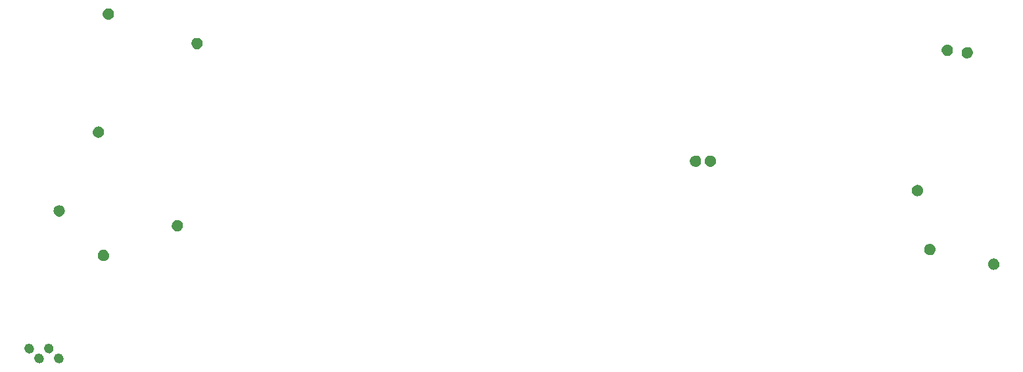
<source format=gbr>
%TF.GenerationSoftware,KiCad,Pcbnew,(5.1.6)-1*%
%TF.CreationDate,2020-07-08T21:32:23-04:00*%
%TF.ProjectId,v1.2,76312e32-2e6b-4696-9361-645f70636258,rev?*%
%TF.SameCoordinates,Original*%
%TF.FileFunction,Soldermask,Bot*%
%TF.FilePolarity,Negative*%
%FSLAX46Y46*%
G04 Gerber Fmt 4.6, Leading zero omitted, Abs format (unit mm)*
G04 Created by KiCad (PCBNEW (5.1.6)-1) date 2020-07-08 21:32:23*
%MOMM*%
%LPD*%
G01*
G04 APERTURE LIST*
%ADD10C,0.010000*%
%ADD11C,1.238240*%
G04 APERTURE END LIST*
D10*
%TO.C,G\u002A\u002A\u002A*%
G36*
X1288447Y30877843D02*
G01*
X1345718Y30865418D01*
X1407396Y30841660D01*
X1431990Y30830635D01*
X1582931Y30739695D01*
X1704703Y30618828D01*
X1774435Y30511750D01*
X1801712Y30455362D01*
X1818527Y30402663D01*
X1827321Y30340358D01*
X1830536Y30255153D01*
X1830815Y30204833D01*
X1829036Y30100666D01*
X1822142Y30025513D01*
X1807985Y29966160D01*
X1784419Y29909394D01*
X1781989Y29904419D01*
X1691608Y29765900D01*
X1573802Y29654697D01*
X1435185Y29573809D01*
X1282373Y29526234D01*
X1121977Y29514972D01*
X975389Y29538700D01*
X844263Y29586619D01*
X737075Y29654217D01*
X645244Y29742330D01*
X559841Y29854555D01*
X506756Y29971379D01*
X481271Y30105498D01*
X477288Y30194250D01*
X479571Y30293590D01*
X490109Y30368796D01*
X512278Y30437783D01*
X531307Y30480966D01*
X612595Y30621142D01*
X712324Y30728957D01*
X829334Y30808193D01*
X896879Y30840943D01*
X962406Y30861236D01*
X1041777Y30872834D01*
X1125073Y30878341D01*
X1220070Y30881347D01*
X1288447Y30877843D01*
G37*
X1288447Y30877843D02*
X1345718Y30865418D01*
X1407396Y30841660D01*
X1431990Y30830635D01*
X1582931Y30739695D01*
X1704703Y30618828D01*
X1774435Y30511750D01*
X1801712Y30455362D01*
X1818527Y30402663D01*
X1827321Y30340358D01*
X1830536Y30255153D01*
X1830815Y30204833D01*
X1829036Y30100666D01*
X1822142Y30025513D01*
X1807985Y29966160D01*
X1784419Y29909394D01*
X1781989Y29904419D01*
X1691608Y29765900D01*
X1573802Y29654697D01*
X1435185Y29573809D01*
X1282373Y29526234D01*
X1121977Y29514972D01*
X975389Y29538700D01*
X844263Y29586619D01*
X737075Y29654217D01*
X645244Y29742330D01*
X559841Y29854555D01*
X506756Y29971379D01*
X481271Y30105498D01*
X477288Y30194250D01*
X479571Y30293590D01*
X490109Y30368796D01*
X512278Y30437783D01*
X531307Y30480966D01*
X612595Y30621142D01*
X712324Y30728957D01*
X829334Y30808193D01*
X896879Y30840943D01*
X962406Y30861236D01*
X1041777Y30872834D01*
X1125073Y30878341D01*
X1220070Y30881347D01*
X1288447Y30877843D01*
G36*
X12694431Y27081109D02*
G01*
X12765767Y27075169D01*
X12821530Y27062288D01*
X12875073Y27040026D01*
X12901933Y27026334D01*
X12996352Y26963807D01*
X13088783Y26880779D01*
X13167191Y26789601D01*
X13219542Y26702626D01*
X13221261Y26698607D01*
X13268857Y26535377D01*
X13278484Y26371933D01*
X13252372Y26214253D01*
X13192751Y26068314D01*
X13101852Y25940091D01*
X12981904Y25835563D01*
X12877671Y25777826D01*
X12772293Y25745661D01*
X12645989Y25728365D01*
X12517942Y25727264D01*
X12407334Y25743684D01*
X12402620Y25744984D01*
X12249196Y25809604D01*
X12119027Y25909194D01*
X12013694Y26042358D01*
X11967172Y26128866D01*
X11932693Y26239025D01*
X11916957Y26370931D01*
X11920483Y26508117D01*
X11943793Y26634119D01*
X11950531Y26655524D01*
X12000377Y26754793D01*
X12078636Y26856946D01*
X12174202Y26949692D01*
X12275967Y27020742D01*
X12284972Y27025611D01*
X12342351Y27053189D01*
X12395464Y27070181D01*
X12457722Y27079054D01*
X12542535Y27082280D01*
X12594167Y27082547D01*
X12694431Y27081109D01*
G37*
X12694431Y27081109D02*
X12765767Y27075169D01*
X12821530Y27062288D01*
X12875073Y27040026D01*
X12901933Y27026334D01*
X12996352Y26963807D01*
X13088783Y26880779D01*
X13167191Y26789601D01*
X13219542Y26702626D01*
X13221261Y26698607D01*
X13268857Y26535377D01*
X13278484Y26371933D01*
X13252372Y26214253D01*
X13192751Y26068314D01*
X13101852Y25940091D01*
X12981904Y25835563D01*
X12877671Y25777826D01*
X12772293Y25745661D01*
X12645989Y25728365D01*
X12517942Y25727264D01*
X12407334Y25743684D01*
X12402620Y25744984D01*
X12249196Y25809604D01*
X12119027Y25909194D01*
X12013694Y26042358D01*
X11967172Y26128866D01*
X11932693Y26239025D01*
X11916957Y26370931D01*
X11920483Y26508117D01*
X11943793Y26634119D01*
X11950531Y26655524D01*
X12000377Y26754793D01*
X12078636Y26856946D01*
X12174202Y26949692D01*
X12275967Y27020742D01*
X12284972Y27025611D01*
X12342351Y27053189D01*
X12395464Y27070181D01*
X12457722Y27079054D01*
X12542535Y27082280D01*
X12594167Y27082547D01*
X12694431Y27081109D01*
G36*
X109342270Y26205436D02*
G01*
X109477536Y26165757D01*
X109498565Y26156078D01*
X109637038Y26065002D01*
X109753587Y25940403D01*
X109817041Y25840162D01*
X109840332Y25790216D01*
X109854877Y25738420D01*
X109862594Y25672813D01*
X109865403Y25581429D01*
X109865583Y25537583D01*
X109864133Y25433306D01*
X109858501Y25359338D01*
X109846770Y25303716D01*
X109827019Y25254476D01*
X109817041Y25235005D01*
X109717576Y25087453D01*
X109596136Y24976059D01*
X109452908Y24900942D01*
X109288078Y24862219D01*
X109222935Y24857190D01*
X109136901Y24856314D01*
X109061270Y24859958D01*
X109011229Y24867342D01*
X109008333Y24868217D01*
X108860568Y24936578D01*
X108728136Y25035970D01*
X108620512Y25158057D01*
X108560447Y25262417D01*
X108525040Y25379055D01*
X108510624Y25514432D01*
X108517277Y25651816D01*
X108545075Y25774478D01*
X108557937Y25806765D01*
X108624634Y25918453D01*
X108716759Y26025147D01*
X108821750Y26114026D01*
X108908558Y26164588D01*
X109042272Y26205075D01*
X109192012Y26218616D01*
X109342270Y26205436D01*
G37*
X109342270Y26205436D02*
X109477536Y26165757D01*
X109498565Y26156078D01*
X109637038Y26065002D01*
X109753587Y25940403D01*
X109817041Y25840162D01*
X109840332Y25790216D01*
X109854877Y25738420D01*
X109862594Y25672813D01*
X109865403Y25581429D01*
X109865583Y25537583D01*
X109864133Y25433306D01*
X109858501Y25359338D01*
X109846770Y25303716D01*
X109827019Y25254476D01*
X109817041Y25235005D01*
X109717576Y25087453D01*
X109596136Y24976059D01*
X109452908Y24900942D01*
X109288078Y24862219D01*
X109222935Y24857190D01*
X109136901Y24856314D01*
X109061270Y24859958D01*
X109011229Y24867342D01*
X109008333Y24868217D01*
X108860568Y24936578D01*
X108728136Y25035970D01*
X108620512Y25158057D01*
X108560447Y25262417D01*
X108525040Y25379055D01*
X108510624Y25514432D01*
X108517277Y25651816D01*
X108545075Y25774478D01*
X108557937Y25806765D01*
X108624634Y25918453D01*
X108716759Y26025147D01*
X108821750Y26114026D01*
X108908558Y26164588D01*
X109042272Y26205075D01*
X109192012Y26218616D01*
X109342270Y26205436D01*
G36*
X111887125Y25896374D02*
G01*
X112044467Y25851228D01*
X112182674Y25768421D01*
X112300907Y25648363D01*
X112337985Y25596760D01*
X112409624Y25452811D01*
X112443813Y25299947D01*
X112442488Y25144772D01*
X112407585Y24993889D01*
X112341040Y24853902D01*
X112244791Y24731413D01*
X112120773Y24633025D01*
X112043504Y24592493D01*
X111958928Y24566039D01*
X111852613Y24547874D01*
X111741869Y24539641D01*
X111644010Y24542983D01*
X111601250Y24550532D01*
X111444337Y24612506D01*
X111306769Y24708347D01*
X111195925Y24832339D01*
X111157309Y24894727D01*
X111109097Y25019689D01*
X111084670Y25164453D01*
X111085151Y25313065D01*
X111111663Y25449570D01*
X111117121Y25465710D01*
X111189769Y25608160D01*
X111294449Y25727832D01*
X111424985Y25820178D01*
X111575201Y25880650D01*
X111711487Y25903449D01*
X111887125Y25896374D01*
G37*
X111887125Y25896374D02*
X112044467Y25851228D01*
X112182674Y25768421D01*
X112300907Y25648363D01*
X112337985Y25596760D01*
X112409624Y25452811D01*
X112443813Y25299947D01*
X112442488Y25144772D01*
X112407585Y24993889D01*
X112341040Y24853902D01*
X112244791Y24731413D01*
X112120773Y24633025D01*
X112043504Y24592493D01*
X111958928Y24566039D01*
X111852613Y24547874D01*
X111741869Y24539641D01*
X111644010Y24542983D01*
X111601250Y24550532D01*
X111444337Y24612506D01*
X111306769Y24708347D01*
X111195925Y24832339D01*
X111157309Y24894727D01*
X111109097Y25019689D01*
X111084670Y25164453D01*
X111085151Y25313065D01*
X111111663Y25449570D01*
X111117121Y25465710D01*
X111189769Y25608160D01*
X111294449Y25727832D01*
X111424985Y25820178D01*
X111575201Y25880650D01*
X111711487Y25903449D01*
X111887125Y25896374D01*
G36*
X33043Y15661118D02*
G01*
X166027Y15620213D01*
X171164Y15617868D01*
X316241Y15528055D01*
X434253Y15405729D01*
X502515Y15297501D01*
X531457Y15236955D01*
X548926Y15181257D01*
X557710Y15116006D01*
X560593Y15026797D01*
X560722Y14996583D01*
X559066Y14897488D01*
X551936Y14825481D01*
X536449Y14765399D01*
X509723Y14702077D01*
X501520Y14685128D01*
X412876Y14550119D01*
X296506Y14442491D01*
X158874Y14364667D01*
X6444Y14319069D01*
X-154317Y14308116D01*
X-316946Y14334232D01*
X-379676Y14355062D01*
X-496929Y14419064D01*
X-607467Y14514021D01*
X-699698Y14628838D01*
X-740280Y14700250D01*
X-778373Y14817113D01*
X-794929Y14954377D01*
X-789824Y15095927D01*
X-762934Y15225646D01*
X-744678Y15273695D01*
X-676326Y15386079D01*
X-579705Y15493217D01*
X-468121Y15581894D01*
X-391583Y15624412D01*
X-261570Y15663402D01*
X-114759Y15675576D01*
X33043Y15661118D01*
G37*
X33043Y15661118D02*
X166027Y15620213D01*
X171164Y15617868D01*
X316241Y15528055D01*
X434253Y15405729D01*
X502515Y15297501D01*
X531457Y15236955D01*
X548926Y15181257D01*
X557710Y15116006D01*
X560593Y15026797D01*
X560722Y14996583D01*
X559066Y14897488D01*
X551936Y14825481D01*
X536449Y14765399D01*
X509723Y14702077D01*
X501520Y14685128D01*
X412876Y14550119D01*
X296506Y14442491D01*
X158874Y14364667D01*
X6444Y14319069D01*
X-154317Y14308116D01*
X-316946Y14334232D01*
X-379676Y14355062D01*
X-496929Y14419064D01*
X-607467Y14514021D01*
X-699698Y14628838D01*
X-740280Y14700250D01*
X-778373Y14817113D01*
X-794929Y14954377D01*
X-789824Y15095927D01*
X-762934Y15225646D01*
X-744678Y15273695D01*
X-676326Y15386079D01*
X-579705Y15493217D01*
X-468121Y15581894D01*
X-391583Y15624412D01*
X-261570Y15663402D01*
X-114759Y15675576D01*
X33043Y15661118D01*
G36*
X76882209Y11924363D02*
G01*
X76958831Y11912952D01*
X77029606Y11889683D01*
X77069664Y11871947D01*
X77215273Y11781221D01*
X77332998Y11658642D01*
X77400317Y11551001D01*
X77429111Y11489670D01*
X77446511Y11432502D01*
X77455326Y11364980D01*
X77458363Y11272585D01*
X77458523Y11250083D01*
X77457044Y11149118D01*
X77449835Y11075991D01*
X77434423Y11016334D01*
X77408334Y10955779D01*
X77407609Y10954302D01*
X77324282Y10825888D01*
X77212847Y10713322D01*
X77086195Y10629491D01*
X77079373Y10626130D01*
X76958671Y10585781D01*
X76818578Y10567158D01*
X76676545Y10571132D01*
X76550023Y10598575D01*
X76547209Y10599569D01*
X76400570Y10672546D01*
X76280970Y10773469D01*
X76189884Y10896544D01*
X76128789Y11035973D01*
X76099161Y11185959D01*
X76102476Y11340707D01*
X76140210Y11494418D01*
X76213839Y11641297D01*
X76264402Y11710153D01*
X76321074Y11763340D01*
X76401282Y11819326D01*
X76470183Y11857670D01*
X76550698Y11894554D01*
X76617191Y11915657D01*
X76688511Y11925199D01*
X76781638Y11927400D01*
X76882209Y11924363D01*
G37*
X76882209Y11924363D02*
X76958831Y11912952D01*
X77029606Y11889683D01*
X77069664Y11871947D01*
X77215273Y11781221D01*
X77332998Y11658642D01*
X77400317Y11551001D01*
X77429111Y11489670D01*
X77446511Y11432502D01*
X77455326Y11364980D01*
X77458363Y11272585D01*
X77458523Y11250083D01*
X77457044Y11149118D01*
X77449835Y11075991D01*
X77434423Y11016334D01*
X77408334Y10955779D01*
X77407609Y10954302D01*
X77324282Y10825888D01*
X77212847Y10713322D01*
X77086195Y10629491D01*
X77079373Y10626130D01*
X76958671Y10585781D01*
X76818578Y10567158D01*
X76676545Y10571132D01*
X76550023Y10598575D01*
X76547209Y10599569D01*
X76400570Y10672546D01*
X76280970Y10773469D01*
X76189884Y10896544D01*
X76128789Y11035973D01*
X76099161Y11185959D01*
X76102476Y11340707D01*
X76140210Y11494418D01*
X76213839Y11641297D01*
X76264402Y11710153D01*
X76321074Y11763340D01*
X76401282Y11819326D01*
X76470183Y11857670D01*
X76550698Y11894554D01*
X76617191Y11915657D01*
X76688511Y11925199D01*
X76781638Y11927400D01*
X76882209Y11924363D01*
G36*
X78768701Y11916303D02*
G01*
X78925879Y11879476D01*
X79068209Y11810068D01*
X79186333Y11711310D01*
X79272624Y11603299D01*
X79327646Y11495170D01*
X79356414Y11373606D01*
X79364003Y11239500D01*
X79360779Y11131560D01*
X79349476Y11050604D01*
X79327650Y10981660D01*
X79318471Y10960615D01*
X79231173Y10819151D01*
X79114970Y10704507D01*
X78976176Y10620009D01*
X78821100Y10568982D01*
X78656057Y10554754D01*
X78564983Y10563547D01*
X78409809Y10608648D01*
X78274913Y10686903D01*
X78163426Y10792761D01*
X78078475Y10920673D01*
X78023190Y11065088D01*
X78000701Y11220456D01*
X78014135Y11381227D01*
X78044133Y11487414D01*
X78104445Y11603912D01*
X78192990Y11714204D01*
X78298917Y11807465D01*
X78411373Y11872867D01*
X78442322Y11884637D01*
X78604806Y11918655D01*
X78768701Y11916303D01*
G37*
X78768701Y11916303D02*
X78925879Y11879476D01*
X79068209Y11810068D01*
X79186333Y11711310D01*
X79272624Y11603299D01*
X79327646Y11495170D01*
X79356414Y11373606D01*
X79364003Y11239500D01*
X79360779Y11131560D01*
X79349476Y11050604D01*
X79327650Y10981660D01*
X79318471Y10960615D01*
X79231173Y10819151D01*
X79114970Y10704507D01*
X78976176Y10620009D01*
X78821100Y10568982D01*
X78656057Y10554754D01*
X78564983Y10563547D01*
X78409809Y10608648D01*
X78274913Y10686903D01*
X78163426Y10792761D01*
X78078475Y10920673D01*
X78023190Y11065088D01*
X78000701Y11220456D01*
X78014135Y11381227D01*
X78044133Y11487414D01*
X78104445Y11603912D01*
X78192990Y11714204D01*
X78298917Y11807465D01*
X78411373Y11872867D01*
X78442322Y11884637D01*
X78604806Y11918655D01*
X78768701Y11916303D01*
G36*
X105540869Y8113142D02*
G01*
X105687777Y8052967D01*
X105817921Y7962765D01*
X105923751Y7846387D01*
X105983574Y7742134D01*
X106024453Y7607462D01*
X106038144Y7457118D01*
X106024857Y7306472D01*
X105984798Y7170896D01*
X105975578Y7150935D01*
X105884678Y7012647D01*
X105761249Y6897256D01*
X105659662Y6833959D01*
X105583085Y6807345D01*
X105479894Y6788495D01*
X105365285Y6778549D01*
X105254455Y6778646D01*
X105162601Y6789927D01*
X105142553Y6795183D01*
X105087122Y6818811D01*
X105017001Y6857214D01*
X104973924Y6884435D01*
X104848529Y6991335D01*
X104757317Y7116115D01*
X104699169Y7253288D01*
X104672969Y7397364D01*
X104677601Y7542855D01*
X104711947Y7684272D01*
X104774890Y7816125D01*
X104865315Y7932928D01*
X104982103Y8029189D01*
X105124139Y8099422D01*
X105226955Y8128010D01*
X105384745Y8139440D01*
X105540869Y8113142D01*
G37*
X105540869Y8113142D02*
X105687777Y8052967D01*
X105817921Y7962765D01*
X105923751Y7846387D01*
X105983574Y7742134D01*
X106024453Y7607462D01*
X106038144Y7457118D01*
X106024857Y7306472D01*
X105984798Y7170896D01*
X105975578Y7150935D01*
X105884678Y7012647D01*
X105761249Y6897256D01*
X105659662Y6833959D01*
X105583085Y6807345D01*
X105479894Y6788495D01*
X105365285Y6778549D01*
X105254455Y6778646D01*
X105162601Y6789927D01*
X105142553Y6795183D01*
X105087122Y6818811D01*
X105017001Y6857214D01*
X104973924Y6884435D01*
X104848529Y6991335D01*
X104757317Y7116115D01*
X104699169Y7253288D01*
X104672969Y7397364D01*
X104677601Y7542855D01*
X104711947Y7684272D01*
X104774890Y7816125D01*
X104865315Y7932928D01*
X104982103Y8029189D01*
X105124139Y8099422D01*
X105226955Y8128010D01*
X105384745Y8139440D01*
X105540869Y8113142D01*
G36*
X-5080188Y5511906D02*
G01*
X-5011192Y5503047D01*
X-4947807Y5483036D01*
X-4871710Y5447590D01*
X-4856413Y5439833D01*
X-4720020Y5349958D01*
X-4616233Y5239930D01*
X-4543810Y5114848D01*
X-4501509Y4979810D01*
X-4488086Y4839912D01*
X-4502300Y4700254D01*
X-4542907Y4565932D01*
X-4608666Y4442044D01*
X-4698334Y4333689D01*
X-4810668Y4245964D01*
X-4944426Y4183967D01*
X-5098366Y4152795D01*
X-5170753Y4150141D01*
X-5260909Y4156130D01*
X-5350905Y4169916D01*
X-5397500Y4181469D01*
X-5530934Y4244237D01*
X-5651981Y4341969D01*
X-5752328Y4467496D01*
X-5776604Y4508500D01*
X-5814351Y4580826D01*
X-5836916Y4638744D01*
X-5848178Y4698506D01*
X-5852013Y4776361D01*
X-5852356Y4826000D01*
X-5850095Y4926153D01*
X-5840984Y5000516D01*
X-5821980Y5065462D01*
X-5797279Y5122333D01*
X-5705490Y5267452D01*
X-5582595Y5385236D01*
X-5461000Y5458596D01*
X-5388277Y5488918D01*
X-5318849Y5505930D01*
X-5235127Y5513012D01*
X-5173116Y5513900D01*
X-5080188Y5511906D01*
G37*
X-5080188Y5511906D02*
X-5011192Y5503047D01*
X-4947807Y5483036D01*
X-4871710Y5447590D01*
X-4856413Y5439833D01*
X-4720020Y5349958D01*
X-4616233Y5239930D01*
X-4543810Y5114848D01*
X-4501509Y4979810D01*
X-4488086Y4839912D01*
X-4502300Y4700254D01*
X-4542907Y4565932D01*
X-4608666Y4442044D01*
X-4698334Y4333689D01*
X-4810668Y4245964D01*
X-4944426Y4183967D01*
X-5098366Y4152795D01*
X-5170753Y4150141D01*
X-5260909Y4156130D01*
X-5350905Y4169916D01*
X-5397500Y4181469D01*
X-5530934Y4244237D01*
X-5651981Y4341969D01*
X-5752328Y4467496D01*
X-5776604Y4508500D01*
X-5814351Y4580826D01*
X-5836916Y4638744D01*
X-5848178Y4698506D01*
X-5852013Y4776361D01*
X-5852356Y4826000D01*
X-5850095Y4926153D01*
X-5840984Y5000516D01*
X-5821980Y5065462D01*
X-5797279Y5122333D01*
X-5705490Y5267452D01*
X-5582595Y5385236D01*
X-5461000Y5458596D01*
X-5388277Y5488918D01*
X-5318849Y5505930D01*
X-5235127Y5513012D01*
X-5173116Y5513900D01*
X-5080188Y5511906D01*
G36*
X10151962Y3606698D02*
G01*
X10223906Y3598253D01*
X10286358Y3580161D01*
X10354788Y3549642D01*
X10494399Y3458878D01*
X10605004Y3341098D01*
X10684209Y3202210D01*
X10729623Y3048121D01*
X10738853Y2884736D01*
X10709506Y2717962D01*
X10701695Y2693214D01*
X10645228Y2578142D01*
X10559027Y2466824D01*
X10454747Y2371911D01*
X10345634Y2306738D01*
X10232384Y2271516D01*
X10102657Y2252697D01*
X9973584Y2251448D01*
X9862299Y2268939D01*
X9849362Y2272869D01*
X9693201Y2344559D01*
X9564538Y2448426D01*
X9463569Y2584294D01*
X9429720Y2650304D01*
X9382510Y2801687D01*
X9372126Y2960339D01*
X9396872Y3117579D01*
X9455049Y3264726D01*
X9544959Y3393098D01*
X9582356Y3430833D01*
X9690400Y3517126D01*
X9798653Y3572184D01*
X9920421Y3601023D01*
X10054167Y3608710D01*
X10151962Y3606698D01*
G37*
X10151962Y3606698D02*
X10223906Y3598253D01*
X10286358Y3580161D01*
X10354788Y3549642D01*
X10494399Y3458878D01*
X10605004Y3341098D01*
X10684209Y3202210D01*
X10729623Y3048121D01*
X10738853Y2884736D01*
X10709506Y2717962D01*
X10701695Y2693214D01*
X10645228Y2578142D01*
X10559027Y2466824D01*
X10454747Y2371911D01*
X10345634Y2306738D01*
X10232384Y2271516D01*
X10102657Y2252697D01*
X9973584Y2251448D01*
X9862299Y2268939D01*
X9849362Y2272869D01*
X9693201Y2344559D01*
X9564538Y2448426D01*
X9463569Y2584294D01*
X9429720Y2650304D01*
X9382510Y2801687D01*
X9372126Y2960339D01*
X9396872Y3117579D01*
X9455049Y3264726D01*
X9544959Y3393098D01*
X9582356Y3430833D01*
X9690400Y3517126D01*
X9798653Y3572184D01*
X9920421Y3601023D01*
X10054167Y3608710D01*
X10151962Y3606698D01*
G36*
X107094938Y530164D02*
G01*
X107218480Y498375D01*
X107326870Y439839D01*
X107431769Y350011D01*
X107431974Y349807D01*
X107521865Y244903D01*
X107580457Y136531D01*
X107612292Y13030D01*
X107621916Y-137263D01*
X107621917Y-137583D01*
X107619882Y-239257D01*
X107612094Y-313150D01*
X107596025Y-373692D01*
X107570109Y-433364D01*
X107487026Y-561577D01*
X107376484Y-672903D01*
X107250856Y-755046D01*
X107242345Y-759138D01*
X107148652Y-790584D01*
X107033339Y-811403D01*
X106914151Y-819782D01*
X106808832Y-813907D01*
X106773938Y-806998D01*
X106691259Y-776609D01*
X106598829Y-729276D01*
X106511975Y-674030D01*
X106446021Y-619900D01*
X106433660Y-606499D01*
X106393334Y-551058D01*
X106348174Y-478196D01*
X106325016Y-436191D01*
X106296848Y-376341D01*
X106279910Y-320419D01*
X106271514Y-254111D01*
X106268970Y-163103D01*
X106268930Y-137583D01*
X106278845Y14120D01*
X106311138Y138871D01*
X106370211Y248047D01*
X106457797Y350359D01*
X106562548Y440056D01*
X106671017Y498513D01*
X106794801Y530241D01*
X106944583Y539750D01*
X107094938Y530164D01*
G37*
X107094938Y530164D02*
X107218480Y498375D01*
X107326870Y439839D01*
X107431769Y350011D01*
X107431974Y349807D01*
X107521865Y244903D01*
X107580457Y136531D01*
X107612292Y13030D01*
X107621916Y-137263D01*
X107621917Y-137583D01*
X107619882Y-239257D01*
X107612094Y-313150D01*
X107596025Y-373692D01*
X107570109Y-433364D01*
X107487026Y-561577D01*
X107376484Y-672903D01*
X107250856Y-755046D01*
X107242345Y-759138D01*
X107148652Y-790584D01*
X107033339Y-811403D01*
X106914151Y-819782D01*
X106808832Y-813907D01*
X106773938Y-806998D01*
X106691259Y-776609D01*
X106598829Y-729276D01*
X106511975Y-674030D01*
X106446021Y-619900D01*
X106433660Y-606499D01*
X106393334Y-551058D01*
X106348174Y-478196D01*
X106325016Y-436191D01*
X106296848Y-376341D01*
X106279910Y-320419D01*
X106271514Y-254111D01*
X106268970Y-163103D01*
X106268930Y-137583D01*
X106278845Y14120D01*
X106311138Y138871D01*
X106370211Y248047D01*
X106457797Y350359D01*
X106562548Y440056D01*
X106671017Y498513D01*
X106794801Y530241D01*
X106944583Y539750D01*
X107094938Y530164D01*
G36*
X629154Y-223974D02*
G01*
X700134Y-229742D01*
X755382Y-242408D01*
X808174Y-264396D01*
X836083Y-278731D01*
X977564Y-377383D01*
X1090819Y-507030D01*
X1154968Y-621177D01*
X1183104Y-687856D01*
X1199093Y-744881D01*
X1205344Y-807766D01*
X1204270Y-892024D01*
X1202674Y-928093D01*
X1195325Y-1029548D01*
X1182286Y-1104625D01*
X1159769Y-1169238D01*
X1132066Y-1224678D01*
X1037638Y-1355865D01*
X915675Y-1460318D01*
X773584Y-1534910D01*
X618770Y-1576515D01*
X458639Y-1582008D01*
X337620Y-1560016D01*
X187268Y-1497349D01*
X61881Y-1405383D01*
X-37006Y-1290035D01*
X-107861Y-1157224D01*
X-149147Y-1012867D01*
X-159332Y-862883D01*
X-136879Y-713187D01*
X-80255Y-569700D01*
X12074Y-438337D01*
X39338Y-409648D01*
X136241Y-325080D01*
X233217Y-268932D01*
X342281Y-236618D01*
X475446Y-223553D01*
X529167Y-222680D01*
X629154Y-223974D01*
G37*
X629154Y-223974D02*
X700134Y-229742D01*
X755382Y-242408D01*
X808174Y-264396D01*
X836083Y-278731D01*
X977564Y-377383D01*
X1090819Y-507030D01*
X1154968Y-621177D01*
X1183104Y-687856D01*
X1199093Y-744881D01*
X1205344Y-807766D01*
X1204270Y-892024D01*
X1202674Y-928093D01*
X1195325Y-1029548D01*
X1182286Y-1104625D01*
X1159769Y-1169238D01*
X1132066Y-1224678D01*
X1037638Y-1355865D01*
X915675Y-1460318D01*
X773584Y-1534910D01*
X618770Y-1576515D01*
X458639Y-1582008D01*
X337620Y-1560016D01*
X187268Y-1497349D01*
X61881Y-1405383D01*
X-37006Y-1290035D01*
X-107861Y-1157224D01*
X-149147Y-1012867D01*
X-159332Y-862883D01*
X-136879Y-713187D01*
X-80255Y-569700D01*
X12074Y-438337D01*
X39338Y-409648D01*
X136241Y-325080D01*
X233217Y-268932D01*
X342281Y-236618D01*
X475446Y-223553D01*
X529167Y-222680D01*
X629154Y-223974D01*
G36*
X115339844Y-1358582D02*
G01*
X115464167Y-1399984D01*
X115608545Y-1490662D01*
X115726092Y-1612748D01*
X115800446Y-1735667D01*
X115842155Y-1862335D01*
X115859413Y-2005284D01*
X115852132Y-2149356D01*
X115820228Y-2279391D01*
X115803738Y-2317750D01*
X115712577Y-2458138D01*
X115594432Y-2570153D01*
X115455644Y-2651297D01*
X115302553Y-2699074D01*
X115141499Y-2710986D01*
X114978822Y-2684538D01*
X114921380Y-2665259D01*
X114786582Y-2592456D01*
X114667586Y-2487750D01*
X114575422Y-2361298D01*
X114560480Y-2332872D01*
X114530702Y-2266596D01*
X114512838Y-2207115D01*
X114504008Y-2139265D01*
X114501327Y-2047881D01*
X114501278Y-2021417D01*
X114503041Y-1923225D01*
X114509949Y-1852898D01*
X114524786Y-1796032D01*
X114550340Y-1738225D01*
X114559484Y-1720499D01*
X114658115Y-1574683D01*
X114783700Y-1461488D01*
X114890836Y-1400132D01*
X115031962Y-1355454D01*
X115186515Y-1341603D01*
X115339844Y-1358582D01*
G37*
X115339844Y-1358582D02*
X115464167Y-1399984D01*
X115608545Y-1490662D01*
X115726092Y-1612748D01*
X115800446Y-1735667D01*
X115842155Y-1862335D01*
X115859413Y-2005284D01*
X115852132Y-2149356D01*
X115820228Y-2279391D01*
X115803738Y-2317750D01*
X115712577Y-2458138D01*
X115594432Y-2570153D01*
X115455644Y-2651297D01*
X115302553Y-2699074D01*
X115141499Y-2710986D01*
X114978822Y-2684538D01*
X114921380Y-2665259D01*
X114786582Y-2592456D01*
X114667586Y-2487750D01*
X114575422Y-2361298D01*
X114560480Y-2332872D01*
X114530702Y-2266596D01*
X114512838Y-2207115D01*
X114504008Y-2139265D01*
X114501327Y-2047881D01*
X114501278Y-2021417D01*
X114503041Y-1923225D01*
X114509949Y-1852898D01*
X114524786Y-1796032D01*
X114550340Y-1738225D01*
X114559484Y-1720499D01*
X114658115Y-1574683D01*
X114783700Y-1461488D01*
X114890836Y-1400132D01*
X115031962Y-1355454D01*
X115186515Y-1341603D01*
X115339844Y-1358582D01*
G36*
X-6341188Y-12404600D02*
G01*
X-6216110Y-12452213D01*
X-6105803Y-12529410D01*
X-6017443Y-12634767D01*
X-5978080Y-12710583D01*
X-5948822Y-12823193D01*
X-5943399Y-12950891D01*
X-5961359Y-13075008D01*
X-5988758Y-13152172D01*
X-6069600Y-13273346D01*
X-6177487Y-13366589D01*
X-6305009Y-13428373D01*
X-6444754Y-13455173D01*
X-6589312Y-13443459D01*
X-6596973Y-13441695D01*
X-6730818Y-13390270D01*
X-6840105Y-13309645D01*
X-6923048Y-13206308D01*
X-6977859Y-13086748D01*
X-7002753Y-12957450D01*
X-6995942Y-12824904D01*
X-6955639Y-12695597D01*
X-6880059Y-12576016D01*
X-6845730Y-12538449D01*
X-6733308Y-12453494D01*
X-6606961Y-12403817D01*
X-6473863Y-12387993D01*
X-6341188Y-12404600D01*
G37*
X-6341188Y-12404600D02*
X-6216110Y-12452213D01*
X-6105803Y-12529410D01*
X-6017443Y-12634767D01*
X-5978080Y-12710583D01*
X-5948822Y-12823193D01*
X-5943399Y-12950891D01*
X-5961359Y-13075008D01*
X-5988758Y-13152172D01*
X-6069600Y-13273346D01*
X-6177487Y-13366589D01*
X-6305009Y-13428373D01*
X-6444754Y-13455173D01*
X-6589312Y-13443459D01*
X-6596973Y-13441695D01*
X-6730818Y-13390270D01*
X-6840105Y-13309645D01*
X-6923048Y-13206308D01*
X-6977859Y-13086748D01*
X-7002753Y-12957450D01*
X-6995942Y-12824904D01*
X-6955639Y-12695597D01*
X-6880059Y-12576016D01*
X-6845730Y-12538449D01*
X-6733308Y-12453494D01*
X-6606961Y-12403817D01*
X-6473863Y-12387993D01*
X-6341188Y-12404600D01*
G36*
X-8843669Y-12423454D02*
G01*
X-8710640Y-12478437D01*
X-8600567Y-12567162D01*
X-8517271Y-12687243D01*
X-8506271Y-12710113D01*
X-8477536Y-12809741D01*
X-8467516Y-12928514D01*
X-8476212Y-13047831D01*
X-8503623Y-13149092D01*
X-8506270Y-13155083D01*
X-8557469Y-13236423D01*
X-8631641Y-13317371D01*
X-8716131Y-13386433D01*
X-8798282Y-13432115D01*
X-8818992Y-13439108D01*
X-8926485Y-13456472D01*
X-9047799Y-13457211D01*
X-9159691Y-13441627D01*
X-9186333Y-13434327D01*
X-9256135Y-13398046D01*
X-9333812Y-13336043D01*
X-9408132Y-13259841D01*
X-9467859Y-13180961D01*
X-9501762Y-13110926D01*
X-9501815Y-13110740D01*
X-9526583Y-12954753D01*
X-9514346Y-12809479D01*
X-9468398Y-12679519D01*
X-9392038Y-12569474D01*
X-9288562Y-12483944D01*
X-9161266Y-12427532D01*
X-9013448Y-12404837D01*
X-8995833Y-12404596D01*
X-8843669Y-12423454D01*
G37*
X-8843669Y-12423454D02*
X-8710640Y-12478437D01*
X-8600567Y-12567162D01*
X-8517271Y-12687243D01*
X-8506271Y-12710113D01*
X-8477536Y-12809741D01*
X-8467516Y-12928514D01*
X-8476212Y-13047831D01*
X-8503623Y-13149092D01*
X-8506270Y-13155083D01*
X-8557469Y-13236423D01*
X-8631641Y-13317371D01*
X-8716131Y-13386433D01*
X-8798282Y-13432115D01*
X-8818992Y-13439108D01*
X-8926485Y-13456472D01*
X-9047799Y-13457211D01*
X-9159691Y-13441627D01*
X-9186333Y-13434327D01*
X-9256135Y-13398046D01*
X-9333812Y-13336043D01*
X-9408132Y-13259841D01*
X-9467859Y-13180961D01*
X-9501762Y-13110926D01*
X-9501815Y-13110740D01*
X-9526583Y-12954753D01*
X-9514346Y-12809479D01*
X-9468398Y-12679519D01*
X-9392038Y-12569474D01*
X-9288562Y-12483944D01*
X-9161266Y-12427532D01*
X-9013448Y-12404837D01*
X-8995833Y-12404596D01*
X-8843669Y-12423454D01*
G36*
X-5082113Y-13670184D02*
G01*
X-4965739Y-13711383D01*
X-4861467Y-13777875D01*
X-4774235Y-13866633D01*
X-4708981Y-13974633D01*
X-4670644Y-14098849D01*
X-4664162Y-14236257D01*
X-4686949Y-14359667D01*
X-4743770Y-14483929D01*
X-4831627Y-14587544D01*
X-4942759Y-14666283D01*
X-5069405Y-14715919D01*
X-5203803Y-14732224D01*
X-5334137Y-14712223D01*
X-5470721Y-14651295D01*
X-5580212Y-14563660D01*
X-5660967Y-14455539D01*
X-5711347Y-14333151D01*
X-5729710Y-14202716D01*
X-5714414Y-14070456D01*
X-5663819Y-13942589D01*
X-5576284Y-13825335D01*
X-5569857Y-13818809D01*
X-5454460Y-13728589D01*
X-5331412Y-13675762D01*
X-5205650Y-13657302D01*
X-5082113Y-13670184D01*
G37*
X-5082113Y-13670184D02*
X-4965739Y-13711383D01*
X-4861467Y-13777875D01*
X-4774235Y-13866633D01*
X-4708981Y-13974633D01*
X-4670644Y-14098849D01*
X-4664162Y-14236257D01*
X-4686949Y-14359667D01*
X-4743770Y-14483929D01*
X-4831627Y-14587544D01*
X-4942759Y-14666283D01*
X-5069405Y-14715919D01*
X-5203803Y-14732224D01*
X-5334137Y-14712223D01*
X-5470721Y-14651295D01*
X-5580212Y-14563660D01*
X-5660967Y-14455539D01*
X-5711347Y-14333151D01*
X-5729710Y-14202716D01*
X-5714414Y-14070456D01*
X-5663819Y-13942589D01*
X-5576284Y-13825335D01*
X-5569857Y-13818809D01*
X-5454460Y-13728589D01*
X-5331412Y-13675762D01*
X-5205650Y-13657302D01*
X-5082113Y-13670184D01*
G36*
X-7573673Y-13698312D02*
G01*
X-7453267Y-13754326D01*
X-7349328Y-13838042D01*
X-7268524Y-13947239D01*
X-7217527Y-14079691D01*
X-7216092Y-14085929D01*
X-7203125Y-14229728D01*
X-7226926Y-14363132D01*
X-7282414Y-14482131D01*
X-7364508Y-14582713D01*
X-7468126Y-14660868D01*
X-7588189Y-14712585D01*
X-7719614Y-14733854D01*
X-7857321Y-14720664D01*
X-7970750Y-14681607D01*
X-8089425Y-14605061D01*
X-8179146Y-14503839D01*
X-8238992Y-14384986D01*
X-8268043Y-14255546D01*
X-8265376Y-14122564D01*
X-8230072Y-13993087D01*
X-8161209Y-13874158D01*
X-8086557Y-13795756D01*
X-7966988Y-13718723D01*
X-7837204Y-13678287D01*
X-7703875Y-13672224D01*
X-7573673Y-13698312D01*
G37*
X-7573673Y-13698312D02*
X-7453267Y-13754326D01*
X-7349328Y-13838042D01*
X-7268524Y-13947239D01*
X-7217527Y-14079691D01*
X-7216092Y-14085929D01*
X-7203125Y-14229728D01*
X-7226926Y-14363132D01*
X-7282414Y-14482131D01*
X-7364508Y-14582713D01*
X-7468126Y-14660868D01*
X-7588189Y-14712585D01*
X-7719614Y-14733854D01*
X-7857321Y-14720664D01*
X-7970750Y-14681607D01*
X-8089425Y-14605061D01*
X-8179146Y-14503839D01*
X-8238992Y-14384986D01*
X-8268043Y-14255546D01*
X-8265376Y-14122564D01*
X-8230072Y-13993087D01*
X-8161209Y-13874158D01*
X-8086557Y-13795756D01*
X-7966988Y-13718723D01*
X-7837204Y-13678287D01*
X-7703875Y-13672224D01*
X-7573673Y-13698312D01*
%TD*%
D11*
%TO.C,*%
X-8994824Y-12919127D03*
%TD*%
%TO.C,*%
X-6470914Y-12908583D03*
%TD*%
%TO.C,*%
X-5193644Y-14182245D03*
%TD*%
%TO.C,*%
X-7737504Y-14188284D03*
%TD*%
%TO.C,*%
X526186Y-885164D03*
%TD*%
%TO.C,*%
X-5172984Y4843538D03*
%TD*%
%TO.C,*%
X-114514Y15000065D03*
%TD*%
%TO.C,*%
X10054706Y2941377D03*
%TD*%
%TO.C,*%
X12594856Y26414758D03*
%TD*%
%TO.C,*%
X1157936Y30207547D03*
%TD*%
%TO.C,*%
X76778506Y11256563D03*
%TD*%
%TO.C,*%
X78682806Y11248211D03*
%TD*%
%TO.C,*%
X105352576Y7462797D03*
%TD*%
%TO.C,*%
X106941256Y-126257D03*
%TD*%
%TO.C,*%
X111757386Y25230587D03*
%TD*%
%TO.C,*%
X109190346Y25543697D03*
%TD*%
%TO.C,*%
X115173126Y-2014849D03*
%TD*%
M02*

</source>
